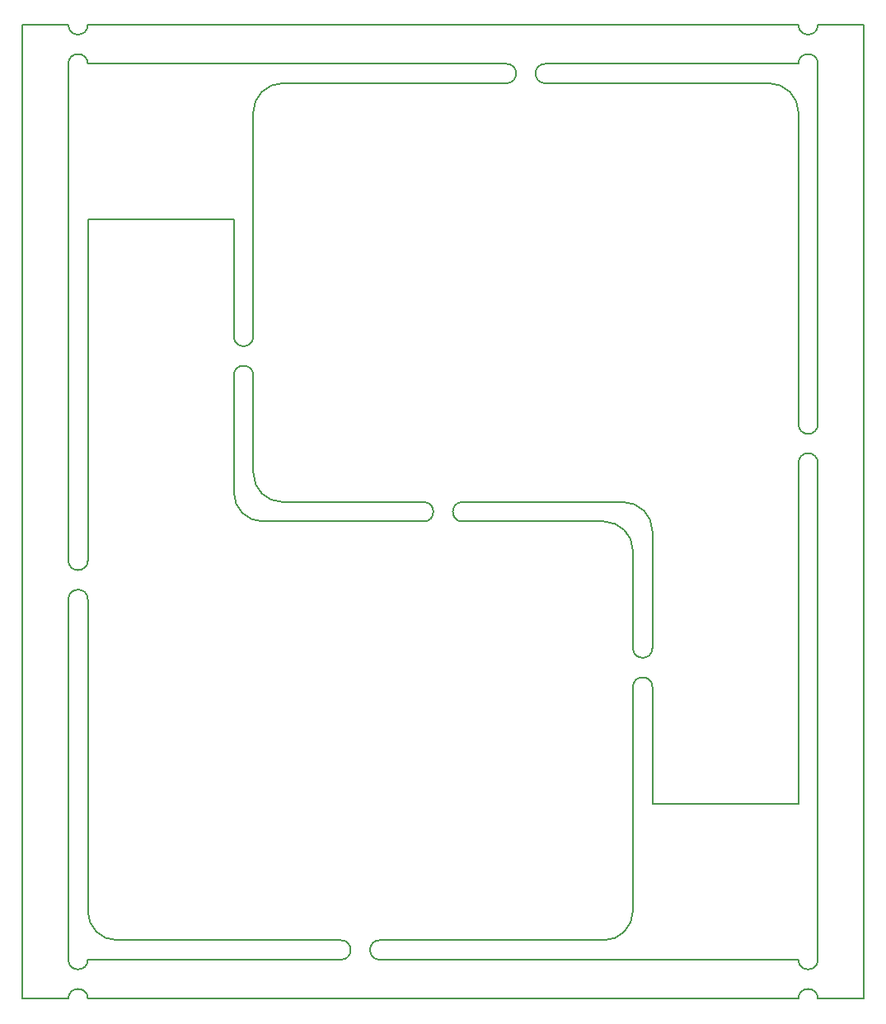
<source format=gbr>
%TF.GenerationSoftware,KiCad,Pcbnew,8.0.1*%
%TF.CreationDate,2024-04-19T12:23:10+07:00*%
%TF.ProjectId,AC_controller_print,41435f63-6f6e-4747-926f-6c6c65725f70,v3.0*%
%TF.SameCoordinates,Original*%
%TF.FileFunction,Profile,NP*%
%FSLAX46Y46*%
G04 Gerber Fmt 4.6, Leading zero omitted, Abs format (unit mm)*
G04 Created by KiCad (PCBNEW 8.0.1) date 2024-04-19 12:23:10*
%MOMM*%
%LPD*%
G01*
G04 APERTURE LIST*
%TA.AperFunction,Profile*%
%ADD10C,0.200000*%
%TD*%
G04 APERTURE END LIST*
D10*
X113090000Y-47590000D02*
X90090000Y-47590000D01*
X117090000Y-47590000D02*
X140090000Y-47590000D01*
X108590000Y-90590000D02*
X125090000Y-90590000D01*
X90090000Y-90590000D02*
X104590000Y-90590000D01*
X87090000Y-50590000D02*
X87090000Y-73590000D01*
X85090000Y-77590000D02*
X85090000Y-89590000D01*
X85090000Y-61590000D02*
X85090000Y-73590000D01*
X88090000Y-92590000D02*
X104590000Y-92590000D01*
X123090000Y-92590000D02*
X108590000Y-92590000D01*
X126090000Y-109590000D02*
X126090000Y-132590000D01*
X126090000Y-95590000D02*
X126090000Y-105590000D01*
X100090000Y-135590000D02*
X123090000Y-135590000D01*
X73090000Y-135590000D02*
X96090000Y-135590000D01*
X70090000Y-96590000D02*
X70090000Y-61590000D01*
X70090000Y-100590000D02*
X70090000Y-132590000D01*
X68090000Y-100590000D02*
G75*
G02*
X70090000Y-100590000I1000000J0D01*
G01*
X70090000Y-96590000D02*
G75*
G02*
X68090000Y-96590000I-1000000J0D01*
G01*
X125090000Y-90590000D02*
G75*
G02*
X128090000Y-93590000I0J-3000000D01*
G01*
X143090000Y-121590000D02*
X128090000Y-121590000D01*
X90090000Y-90590000D02*
G75*
G02*
X87090000Y-87590000I10J3000010D01*
G01*
X87090000Y-50590000D02*
G75*
G02*
X90090000Y-47590000I2999998J2D01*
G01*
X140090000Y-47590000D02*
G75*
G02*
X143090000Y-50590000I4J-2999996D01*
G01*
X88090000Y-92590000D02*
G75*
G02*
X85090000Y-89590000I0J3000000D01*
G01*
X70090000Y-61590000D02*
X85090000Y-61590000D01*
X123090000Y-92590000D02*
G75*
G02*
X126090000Y-95590000I-10J-3000010D01*
G01*
X126090000Y-132590000D02*
G75*
G02*
X123090000Y-135590000I-2999998J-2D01*
G01*
X73090000Y-135590000D02*
G75*
G02*
X70090000Y-132590000I-4J2999996D01*
G01*
X70090000Y-137590000D02*
G75*
G02*
X68090000Y-137590000I-1000000J0D01*
G01*
X128090000Y-105590000D02*
G75*
G02*
X126090000Y-105590000I-1000000J0D01*
G01*
X68090000Y-141590000D02*
X63340000Y-141590000D01*
X145090000Y-137590000D02*
X145090000Y-86590000D01*
X143090000Y-121590000D02*
X143090000Y-86590000D01*
X128090000Y-121590000D02*
X128090000Y-109590000D01*
X117090000Y-47590000D02*
G75*
G02*
X117090000Y-45590000I0J1000000D01*
G01*
X68090000Y-45590000D02*
G75*
G02*
X70090000Y-45590000I1000000J0D01*
G01*
X100090000Y-137590000D02*
X143090000Y-137590000D01*
X87090000Y-77590000D02*
X87090000Y-87590000D01*
X85090000Y-77590000D02*
G75*
G02*
X87090000Y-77590000I1000000J0D01*
G01*
X143090000Y-141590000D02*
G75*
G02*
X145090000Y-141590000I1000000J0D01*
G01*
X68090000Y-45590000D02*
X68090000Y-96590000D01*
X70090000Y-45590000D02*
X113090000Y-45590000D01*
X68090000Y-137590000D02*
X68090000Y-100590000D01*
X149840000Y-141590000D02*
X145090000Y-141590000D01*
X145090000Y-41590000D02*
G75*
G02*
X143090000Y-41590000I-1000000J0D01*
G01*
X117090000Y-45590000D02*
X143090000Y-45590000D01*
X143090000Y-50590000D02*
X143090000Y-82590000D01*
X70090000Y-141590000D02*
X143090000Y-141590000D01*
X96090000Y-135590000D02*
G75*
G02*
X96090000Y-137590000I0J-1000000D01*
G01*
X143090000Y-86590000D02*
G75*
G02*
X145090000Y-86590000I1000000J0D01*
G01*
X108590000Y-92590000D02*
G75*
G02*
X108590000Y-90590000I0J1000000D01*
G01*
X70090000Y-137590000D02*
X96090000Y-137590000D01*
X128090000Y-105590000D02*
X128090000Y-93590000D01*
X68090000Y-141590000D02*
G75*
G02*
X70090000Y-141590000I1000000J0D01*
G01*
X143090000Y-45590000D02*
G75*
G02*
X145090000Y-45590000I1000000J0D01*
G01*
X100090000Y-137590000D02*
G75*
G02*
X100090000Y-135590000I0J1000000D01*
G01*
X63340000Y-41590000D02*
X63340000Y-141590000D01*
X70090000Y-41590000D02*
G75*
G02*
X68090000Y-41590000I-1000000J0D01*
G01*
X68090000Y-41590000D02*
X63340000Y-41590000D01*
X87090000Y-73590000D02*
G75*
G02*
X85090000Y-73590000I-1000000J0D01*
G01*
X145090000Y-82590000D02*
X145090000Y-45590000D01*
X145090000Y-137590000D02*
G75*
G02*
X143090000Y-137590000I-1000000J0D01*
G01*
X145090000Y-82590000D02*
G75*
G02*
X143090000Y-82590000I-1000000J0D01*
G01*
X149840000Y-41590000D02*
X149840000Y-141590000D01*
X113090000Y-45590000D02*
G75*
G02*
X113090000Y-47590000I0J-1000000D01*
G01*
X104590000Y-90590000D02*
G75*
G02*
X104590000Y-92590000I0J-1000000D01*
G01*
X149840000Y-41590000D02*
X145090000Y-41590000D01*
X70090000Y-41590000D02*
X143090000Y-41590000D01*
X126090000Y-109590000D02*
G75*
G02*
X128090000Y-109590000I1000000J0D01*
G01*
M02*

</source>
